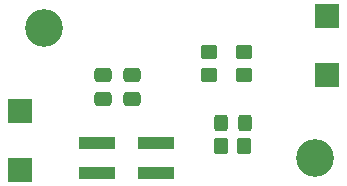
<source format=gbr>
%TF.GenerationSoftware,KiCad,Pcbnew,8.0.8*%
%TF.CreationDate,2025-04-18T18:27:36-04:00*%
%TF.ProjectId,VEML7700-TR,56454d4c-3737-4303-902d-54522e6b6963,rev?*%
%TF.SameCoordinates,Original*%
%TF.FileFunction,Soldermask,Top*%
%TF.FilePolarity,Negative*%
%FSLAX46Y46*%
G04 Gerber Fmt 4.6, Leading zero omitted, Abs format (unit mm)*
G04 Created by KiCad (PCBNEW 8.0.8) date 2025-04-18 18:27:36*
%MOMM*%
%LPD*%
G01*
G04 APERTURE LIST*
G04 Aperture macros list*
%AMRoundRect*
0 Rectangle with rounded corners*
0 $1 Rounding radius*
0 $2 $3 $4 $5 $6 $7 $8 $9 X,Y pos of 4 corners*
0 Add a 4 corners polygon primitive as box body*
4,1,4,$2,$3,$4,$5,$6,$7,$8,$9,$2,$3,0*
0 Add four circle primitives for the rounded corners*
1,1,$1+$1,$2,$3*
1,1,$1+$1,$4,$5*
1,1,$1+$1,$6,$7*
1,1,$1+$1,$8,$9*
0 Add four rect primitives between the rounded corners*
20,1,$1+$1,$2,$3,$4,$5,0*
20,1,$1+$1,$4,$5,$6,$7,0*
20,1,$1+$1,$6,$7,$8,$9,0*
20,1,$1+$1,$8,$9,$2,$3,0*%
G04 Aperture macros list end*
%ADD10RoundRect,0.250000X-0.350000X-0.450000X0.350000X-0.450000X0.350000X0.450000X-0.350000X0.450000X0*%
%ADD11RoundRect,0.250000X0.325000X0.450000X-0.325000X0.450000X-0.325000X-0.450000X0.325000X-0.450000X0*%
%ADD12RoundRect,0.250000X0.475000X-0.337500X0.475000X0.337500X-0.475000X0.337500X-0.475000X-0.337500X0*%
%ADD13C,3.200000*%
%ADD14R,3.150000X1.000000*%
%ADD15RoundRect,0.250000X-0.450000X0.350000X-0.450000X-0.350000X0.450000X-0.350000X0.450000X0.350000X0*%
%ADD16R,2.000000X2.000000*%
G04 APERTURE END LIST*
D10*
%TO.C,R3*%
X146000000Y-127000000D03*
X148000000Y-127000000D03*
%TD*%
D11*
%TO.C,D1*%
X145975000Y-125000000D03*
X148025000Y-125000000D03*
%TD*%
D12*
%TO.C,C1*%
X138491250Y-123037500D03*
X138491250Y-120962500D03*
%TD*%
D13*
%TO.C,REF\u002A\u002A*%
X131000000Y-117000000D03*
%TD*%
D14*
%TO.C,J1*%
X135475000Y-126730000D03*
X140525000Y-126730000D03*
X135475000Y-129270000D03*
X140525000Y-129270000D03*
%TD*%
D15*
%TO.C,R1*%
X148000000Y-119000000D03*
X148000000Y-121000000D03*
%TD*%
D13*
%TO.C,REF\u002A\u002A*%
X154000000Y-128000000D03*
%TD*%
D15*
%TO.C,R2*%
X145000000Y-119000000D03*
X145000000Y-121000000D03*
%TD*%
D16*
%TO.C,TP3*%
X155000000Y-121000000D03*
%TD*%
%TO.C,TP1*%
X129000000Y-124000000D03*
%TD*%
%TO.C,TP2*%
X129000000Y-129000000D03*
%TD*%
D12*
%TO.C,C2*%
X136000000Y-123037500D03*
X136000000Y-120962500D03*
%TD*%
D16*
%TO.C,TP4*%
X155000000Y-116000000D03*
%TD*%
M02*

</source>
